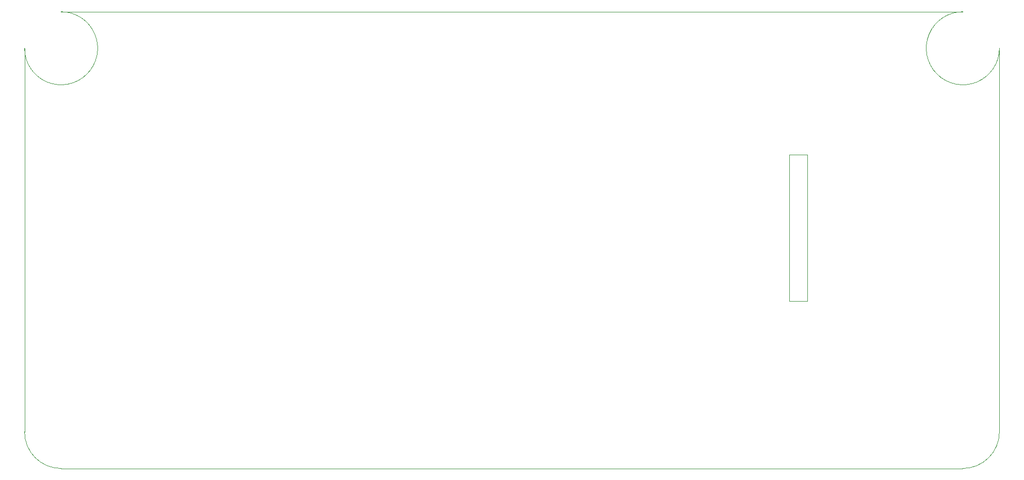
<source format=gm1>
%TF.GenerationSoftware,KiCad,Pcbnew,9.0.7*%
%TF.CreationDate,2026-02-13T19:14:35+01:00*%
%TF.ProjectId,esp32-emu-turbo,65737033-322d-4656-9d75-2d747572626f,rev?*%
%TF.SameCoordinates,Original*%
%TF.FileFunction,Profile,NP*%
%FSLAX46Y46*%
G04 Gerber Fmt 4.6, Leading zero omitted, Abs format (unit mm)*
G04 Created by KiCad (PCBNEW 9.0.7) date 2026-02-13 19:14:35*
%MOMM*%
%LPD*%
G01*
G04 APERTURE LIST*
%TA.AperFunction,Profile*%
%ADD10C,0.050000*%
%TD*%
G04 APERTURE END LIST*
D10*
X6000000Y0D02*
X154000000Y0D01*
X160000000Y-6000000D02*
X160000000Y-69000000D01*
X154000000Y-75000000D02*
X6000000Y-75000000D01*
X0Y-69000000D02*
X0Y-6000000D01*
X6000000Y0D02*
G75*
G02*
X0Y-6000000I0J-6000000D01*
G01*
X160000000Y-6000000D02*
G75*
G02*
X154000000Y0I-6000000J0D01*
G01*
X160000000Y-69000000D02*
G75*
G02*
X154000000Y-75000000I-6000000J0D01*
G01*
X6000000Y-75000000D02*
G75*
G02*
X0Y-69000000I0J6000000D01*
G01*
X125500000Y-23500000D02*
X128500000Y-23500000D01*
X128500000Y-23500000D02*
X128500000Y-47500000D01*
X128500000Y-47500000D02*
X125500000Y-47500000D01*
X125500000Y-47500000D02*
X125500000Y-23500000D01*
M02*

</source>
